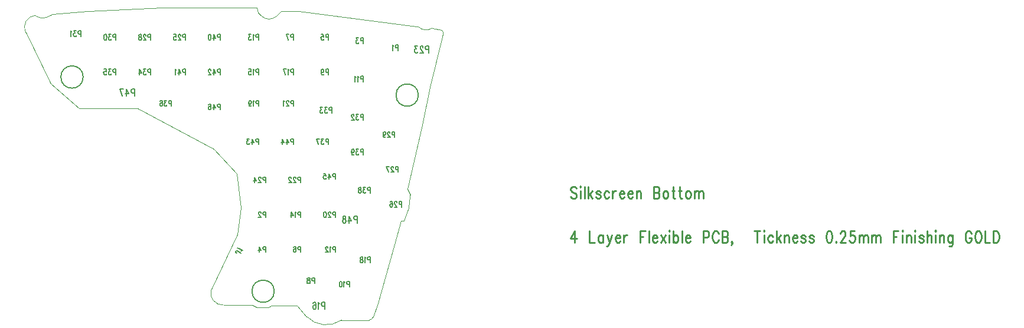
<source format=gbr>
*
*
G04 PADS 9.4.1 Build Number: 494907 generated Gerber (RS-274-X) file*
G04 PC Version=2.1*
*
%IN "MMSP_R_1.pcb"*%
*
%MOIN*%
*
%FSLAX35Y35*%
*
*
*
*
G04 PC Standard Apertures*
*
*
G04 Thermal Relief Aperture macro.*
%AMTER*
1,1,$1,0,0*
1,0,$1-$2,0,0*
21,0,$3,$4,0,0,45*
21,0,$3,$4,0,0,135*
%
*
*
G04 Annular Aperture macro.*
%AMANN*
1,1,$1,0,0*
1,0,$2,0,0*
%
*
*
G04 Odd Aperture macro.*
%AMODD*
1,1,$1,0,0*
1,0,$1-0.005,0,0*
%
*
*
G04 PC Custom Aperture Macros*
*
*
*
*
*
*
G04 PC Aperture Table*
*
%ADD010C,0.001*%
%ADD013C,0.01*%
%ADD014C,0.00591*%
%ADD015C,0.00787*%
%ADD042C,0.006*%
*
*
*
*
G04 PC Circuitry*
G04 Layer Name MMSP_R_1.pcb - circuitry*
%LPD*%
*
*
G04 PC Custom Flashes*
G04 Layer Name MMSP_R_1.pcb - flashes*
%LPD*%
*
*
G04 PC Circuitry*
G04 Layer Name MMSP_R_1.pcb - circuitry*
%LPD*%
*
G54D10*
G01X1084338Y879416D02*
G75*
G03X1091450Y870727I6795J-1694D01*
G01X1084337Y879411D02*
X1084469Y879661D01*
X1084449Y879640*
X1099338Y910590*
X1101338Y925590*
X1099000Y945000*
X1086000Y959000*
X1043000Y982000*
X1010098*
X994098Y996000*
X979772Y1024917*
X985282Y1034748D02*
G03X979774Y1024913I607J-6800D01*
G01X985288Y1034748D02*
X985335Y1034744D01*
X986024Y1034055*
X986021Y1034056D02*
G03X994094Y1034883I3373J6886D01*
G01X994091Y1034881D02*
X994565Y1035356D01*
X1015000Y1037000*
X1057000Y1039000*
X1110433*
G03X1113187Y1034052I5045J-433*
G01X1113191Y1034049D02*
G03X1121065I3937J4610D01*
G01X1121067Y1034051D02*
X1124016Y1037000D01*
X1134000*
X1200197Y1028298*
X1201353*
G03X1209173Y1027455I4431J4416*
G01X1209174D02*
X1209247Y1027530D01*
X1214758Y1026365*
X1215407Y1024033D02*
G03X1214757Y1026366I-2399J589D01*
G01X1215407Y1024032D02*
X1208068Y994095D01*
X1203663Y972687*
X1195353Y936537*
X1196877Y932972*
X1193429Y918301D02*
G03X1196877Y932946I-27976J14316D01*
G01X1193432Y918307D02*
X1191535D01*
X1188000Y905000*
X1178563Y871588*
X1175919Y863986*
X1173588Y862205D02*
G03X1175920Y863988I-330J2848D01*
G01X1173585Y862205D02*
X1158055D01*
X1138351Y864223D02*
G03X1158054Y862204I11040J10587D01*
G01X1138356Y864218D02*
X1132826Y870374D01*
X1118110*
X1116978Y869242*
X1110236*
X1107677Y870727*
X1091453*
G54D13*
X1290583Y936727D02*
X1290129Y937352D01*
X1289447Y937665*
X1288538*
X1287856Y937352*
X1287402Y936727*
Y936102*
X1287629Y935477*
X1287856Y935165*
X1288311Y934852*
X1289674Y934227*
X1290129Y933915*
X1290356Y933602*
X1290583Y932977*
Y932040*
X1290129Y931415*
X1289447Y931102*
X1288538*
X1287856Y931415*
X1287402Y932040*
X1292629Y937665D02*
X1292856Y937352D01*
X1293083Y937665*
X1292856Y937977*
X1292629Y937665*
X1292856Y935477D02*
Y931102D01*
X1295129Y937665D02*
Y931102D01*
X1297174Y937665D02*
Y931102D01*
X1299447Y935477D02*
X1297174Y932352D01*
X1298083Y933602D02*
X1299674Y931102D01*
X1304220Y934540D02*
X1303992Y935165D01*
X1303311Y935477*
X1302629*
X1301947Y935165*
X1301720Y934540*
X1301947Y933915*
X1302402Y933602*
X1303538Y933290*
X1303992Y932977*
X1304220Y932352*
Y932040*
X1303992Y931415*
X1303311Y931102*
X1302629*
X1301947Y931415*
X1301720Y932040*
X1308992Y934540D02*
X1308538Y935165D01*
X1308083Y935477*
X1307402*
X1306947Y935165*
X1306492Y934540*
X1306265Y933602*
Y932977*
X1306492Y932040*
X1306947Y931415*
X1307402Y931102*
X1308083*
X1308538Y931415*
X1308992Y932040*
X1311038Y935477D02*
Y931102D01*
Y933602D02*
X1311265Y934540D01*
X1311720Y935165*
X1312174Y935477*
X1312856*
X1314902Y933602D02*
X1317629D01*
Y934227*
X1317402Y934852*
X1317174Y935165*
X1316720Y935477*
X1316038*
X1315583Y935165*
X1315129Y934540*
X1314902Y933602*
Y932977*
X1315129Y932040*
X1315583Y931415*
X1316038Y931102*
X1316720*
X1317174Y931415*
X1317629Y932040*
X1319674Y933602D02*
X1322402D01*
Y934227*
X1322174Y934852*
X1321947Y935165*
X1321492Y935477*
X1320811*
X1320356Y935165*
X1319902Y934540*
X1319674Y933602*
Y932977*
X1319902Y932040*
X1320356Y931415*
X1320811Y931102*
X1321492*
X1321947Y931415*
X1322402Y932040*
X1324447Y935477D02*
Y931102D01*
Y934227D02*
X1325129Y935165D01*
X1325583Y935477*
X1326265*
X1326720Y935165*
X1326947Y934227*
Y931102*
X1334220Y937665D02*
Y931102D01*
Y937665D02*
X1336265D01*
X1336947Y937352*
X1337174Y937040*
X1337402Y936415*
Y935790*
X1337174Y935165*
X1336947Y934852*
X1336265Y934540*
X1334220D02*
X1336265D01*
X1336947Y934227*
X1337174Y933915*
X1337402Y933290*
Y932352*
X1337174Y931727*
X1336947Y931415*
X1336265Y931102*
X1334220*
X1340583Y935477D02*
X1340129Y935165D01*
X1339674Y934540*
X1339447Y933602*
Y932977*
X1339674Y932040*
X1340129Y931415*
X1340583Y931102*
X1341265*
X1341720Y931415*
X1342174Y932040*
X1342402Y932977*
Y933602*
X1342174Y934540*
X1341720Y935165*
X1341265Y935477*
X1340583*
X1345129Y937665D02*
Y932352D01*
X1345356Y931415*
X1345811Y931102*
X1346265*
X1344447Y935477D02*
X1346038D01*
X1348992Y937665D02*
Y932352D01*
X1349220Y931415*
X1349674Y931102*
X1350129*
X1348311Y935477D02*
X1349902D01*
X1353311D02*
X1352856Y935165D01*
X1352402Y934540*
X1352174Y933602*
Y932977*
X1352402Y932040*
X1352856Y931415*
X1353311Y931102*
X1353992*
X1354447Y931415*
X1354902Y932040*
X1355129Y932977*
Y933602*
X1354902Y934540*
X1354447Y935165*
X1353992Y935477*
X1353311*
X1357174D02*
Y931102D01*
Y934227D02*
X1357856Y935165D01*
X1358311Y935477*
X1358992*
X1359447Y935165*
X1359674Y934227*
Y931102*
Y934227D02*
X1360356Y935165D01*
X1360811Y935477*
X1361492*
X1361947Y935165*
X1362174Y934227*
Y931102*
X1289674Y912665D02*
X1287402Y908290D01*
X1290811*
X1289674Y912665D02*
Y906102D01*
X1298083Y912665D02*
Y906102D01*
X1300811*
X1305583Y910477D02*
Y906102D01*
Y909540D02*
X1305129Y910165D01*
X1304674Y910477*
X1303992*
X1303538Y910165*
X1303083Y909540*
X1302856Y908602*
Y907977*
X1303083Y907040*
X1303538Y906415*
X1303992Y906102*
X1304674*
X1305129Y906415*
X1305583Y907040*
X1307856Y910477D02*
X1309220Y906102D01*
X1310583Y910477D02*
X1309220Y906102D01*
X1308765Y904852*
X1308311Y904227*
X1307856Y903915*
X1307629*
X1312629Y908602D02*
X1315356D01*
Y909227*
X1315129Y909852*
X1314902Y910165*
X1314447Y910477*
X1313765*
X1313311Y910165*
X1312856Y909540*
X1312629Y908602*
Y907977*
X1312856Y907040*
X1313311Y906415*
X1313765Y906102*
X1314447*
X1314902Y906415*
X1315356Y907040*
X1317402Y910477D02*
Y906102D01*
Y908602D02*
X1317629Y909540D01*
X1318083Y910165*
X1318538Y910477*
X1319220*
X1326492Y912665D02*
Y906102D01*
Y912665D02*
X1329447D01*
X1326492Y909540D02*
X1328311D01*
X1331492Y912665D02*
Y906102D01*
X1333538Y908602D02*
X1336265D01*
Y909227*
X1336038Y909852*
X1335811Y910165*
X1335356Y910477*
X1334674*
X1334220Y910165*
X1333765Y909540*
X1333538Y908602*
Y907977*
X1333765Y907040*
X1334220Y906415*
X1334674Y906102*
X1335356*
X1335811Y906415*
X1336265Y907040*
X1338311Y910477D02*
X1340811Y906102D01*
Y910477D02*
X1338311Y906102D01*
X1342856Y912665D02*
X1343083Y912352D01*
X1343311Y912665*
X1343083Y912977*
X1342856Y912665*
X1343083Y910477D02*
Y906102D01*
X1345356Y912665D02*
Y906102D01*
Y909540D02*
X1345811Y910165D01*
X1346265Y910477*
X1346947*
X1347402Y910165*
X1347856Y909540*
X1348083Y908602*
Y907977*
X1347856Y907040*
X1347402Y906415*
X1346947Y906102*
X1346265*
X1345811Y906415*
X1345356Y907040*
X1350129Y912665D02*
Y906102D01*
X1352174Y908602D02*
X1354902D01*
Y909227*
X1354674Y909852*
X1354447Y910165*
X1353992Y910477*
X1353311*
X1352856Y910165*
X1352402Y909540*
X1352174Y908602*
Y907977*
X1352402Y907040*
X1352856Y906415*
X1353311Y906102*
X1353992*
X1354447Y906415*
X1354902Y907040*
X1362174Y912665D02*
Y906102D01*
Y912665D02*
X1364220D01*
X1364902Y912352*
X1365129Y912040*
X1365356Y911415*
Y910477*
X1365129Y909852*
X1364902Y909540*
X1364220Y909227*
X1362174*
X1370811Y911102D02*
X1370583Y911727D01*
X1370129Y912352*
X1369674Y912665*
X1368765*
X1368311Y912352*
X1367856Y911727*
X1367629Y911102*
X1367402Y910165*
Y908602*
X1367629Y907665*
X1367856Y907040*
X1368311Y906415*
X1368765Y906102*
X1369674*
X1370129Y906415*
X1370583Y907040*
X1370811Y907665*
X1372856Y912665D02*
Y906102D01*
Y912665D02*
X1374902D01*
X1375583Y912352*
X1375811Y912040*
X1376038Y911415*
Y910790*
X1375811Y910165*
X1375583Y909852*
X1374902Y909540*
X1372856D02*
X1374902D01*
X1375583Y909227*
X1375811Y908915*
X1376038Y908290*
Y907352*
X1375811Y906727*
X1375583Y906415*
X1374902Y906102*
X1372856*
X1378538Y906415D02*
X1378311Y906102D01*
X1378083Y906415*
X1378311Y906727*
X1378538Y906415*
Y905790*
X1378311Y905165*
X1378083Y904852*
X1392629Y912665D02*
Y906102D01*
X1391038Y912665D02*
X1394220D01*
X1396265D02*
X1396492Y912352D01*
X1396720Y912665*
X1396492Y912977*
X1396265Y912665*
X1396492Y910477D02*
Y906102D01*
X1401492Y909540D02*
X1401038Y910165D01*
X1400583Y910477*
X1399902*
X1399447Y910165*
X1398992Y909540*
X1398765Y908602*
Y907977*
X1398992Y907040*
X1399447Y906415*
X1399902Y906102*
X1400583*
X1401038Y906415*
X1401492Y907040*
X1403538Y912665D02*
Y906102D01*
X1405811Y910477D02*
X1403538Y907352D01*
X1404447Y908602D02*
X1406038Y906102D01*
X1408083Y910477D02*
Y906102D01*
Y909227D02*
X1408765Y910165D01*
X1409220Y910477*
X1409902*
X1410356Y910165*
X1410583Y909227*
Y906102*
X1412629Y908602D02*
X1415356D01*
Y909227*
X1415129Y909852*
X1414902Y910165*
X1414447Y910477*
X1413765*
X1413311Y910165*
X1412856Y909540*
X1412629Y908602*
Y907977*
X1412856Y907040*
X1413311Y906415*
X1413765Y906102*
X1414447*
X1414902Y906415*
X1415356Y907040*
X1419902Y909540D02*
X1419674Y910165D01*
X1418992Y910477*
X1418311*
X1417629Y910165*
X1417402Y909540*
X1417629Y908915*
X1418083Y908602*
X1419220Y908290*
X1419674Y907977*
X1419902Y907352*
Y907040*
X1419674Y906415*
X1418992Y906102*
X1418311*
X1417629Y906415*
X1417402Y907040*
X1424447Y909540D02*
X1424220Y910165D01*
X1423538Y910477*
X1422856*
X1422174Y910165*
X1421947Y909540*
X1422174Y908915*
X1422629Y908602*
X1423765Y908290*
X1424220Y907977*
X1424447Y907352*
Y907040*
X1424220Y906415*
X1423538Y906102*
X1422856*
X1422174Y906415*
X1421947Y907040*
X1433083Y912665D02*
X1432402Y912352D01*
X1431947Y911415*
X1431720Y909852*
Y908915*
X1431947Y907352*
X1432402Y906415*
X1433083Y906102*
X1433538*
X1434220Y906415*
X1434674Y907352*
X1434902Y908915*
Y909852*
X1434674Y911415*
X1434220Y912352*
X1433538Y912665*
X1433083*
X1437174Y906727D02*
X1436947Y906415D01*
X1437174Y906102*
X1437402Y906415*
X1437174Y906727*
X1439674Y911102D02*
Y911415D01*
X1439902Y912040*
X1440129Y912352*
X1440583Y912665*
X1441492*
X1441947Y912352*
X1442174Y912040*
X1442402Y911415*
Y910790*
X1442174Y910165*
X1441720Y909227*
X1439447Y906102*
X1442629*
X1447629Y912665D02*
X1445356D01*
X1445129Y909852*
X1445356Y910165*
X1446038Y910477*
X1446720*
X1447402Y910165*
X1447856Y909540*
X1448083Y908602*
X1447856Y907977*
X1447629Y907040*
X1447174Y906415*
X1446492Y906102*
X1445811*
X1445129Y906415*
X1444902Y906727*
X1444674Y907352*
X1450129Y910477D02*
Y906102D01*
Y909227D02*
X1450811Y910165D01*
X1451265Y910477*
X1451947*
X1452402Y910165*
X1452629Y909227*
Y906102*
Y909227D02*
X1453311Y910165D01*
X1453765Y910477*
X1454447*
X1454902Y910165*
X1455129Y909227*
Y906102*
X1457174Y910477D02*
Y906102D01*
Y909227D02*
X1457856Y910165D01*
X1458311Y910477*
X1458992*
X1459447Y910165*
X1459674Y909227*
Y906102*
Y909227D02*
X1460356Y910165D01*
X1460811Y910477*
X1461492*
X1461947Y910165*
X1462174Y909227*
Y906102*
X1469447Y912665D02*
Y906102D01*
Y912665D02*
X1472402D01*
X1469447Y909540D02*
X1471265D01*
X1474447Y912665D02*
X1474674Y912352D01*
X1474902Y912665*
X1474674Y912977*
X1474447Y912665*
X1474674Y910477D02*
Y906102D01*
X1476947Y910477D02*
Y906102D01*
Y909227D02*
X1477629Y910165D01*
X1478083Y910477*
X1478765*
X1479220Y910165*
X1479447Y909227*
Y906102*
X1481492Y912665D02*
X1481720Y912352D01*
X1481947Y912665*
X1481720Y912977*
X1481492Y912665*
X1481720Y910477D02*
Y906102D01*
X1486492Y909540D02*
X1486265Y910165D01*
X1485583Y910477*
X1484902*
X1484220Y910165*
X1483992Y909540*
X1484220Y908915*
X1484674Y908602*
X1485811Y908290*
X1486265Y907977*
X1486492Y907352*
Y907040*
X1486265Y906415*
X1485583Y906102*
X1484902*
X1484220Y906415*
X1483992Y907040*
X1488538Y912665D02*
Y906102D01*
Y909227D02*
X1489220Y910165D01*
X1489674Y910477*
X1490356*
X1490811Y910165*
X1491038Y909227*
Y906102*
X1493083Y912665D02*
X1493311Y912352D01*
X1493538Y912665*
X1493311Y912977*
X1493083Y912665*
X1493311Y910477D02*
Y906102D01*
X1495583Y910477D02*
Y906102D01*
Y909227D02*
X1496265Y910165D01*
X1496720Y910477*
X1497402*
X1497856Y910165*
X1498083Y909227*
Y906102*
X1502856Y910477D02*
Y905477D01*
X1502629Y904540*
X1502402Y904227*
X1501947Y903915*
X1501265*
X1500811Y904227*
X1502856Y909540D02*
X1502402Y910165D01*
X1501947Y910477*
X1501265*
X1500811Y910165*
X1500356Y909540*
X1500129Y908602*
Y907977*
X1500356Y907040*
X1500811Y906415*
X1501265Y906102*
X1501947*
X1502402Y906415*
X1502856Y907040*
X1513538Y911102D02*
X1513311Y911727D01*
X1512856Y912352*
X1512402Y912665*
X1511492*
X1511038Y912352*
X1510583Y911727*
X1510356Y911102*
X1510129Y910165*
Y908602*
X1510356Y907665*
X1510583Y907040*
X1511038Y906415*
X1511492Y906102*
X1512402*
X1512856Y906415*
X1513311Y907040*
X1513538Y907665*
Y908602*
X1512402D02*
X1513538D01*
X1516947Y912665D02*
X1516492Y912352D01*
X1516038Y911727*
X1515811Y911102*
X1515583Y910165*
Y908602*
X1515811Y907665*
X1516038Y907040*
X1516492Y906415*
X1516947Y906102*
X1517856*
X1518311Y906415*
X1518765Y907040*
X1518992Y907665*
X1519220Y908602*
Y910165*
X1518992Y911102*
X1518765Y911727*
X1518311Y912352*
X1517856Y912665*
X1516947*
X1521265D02*
Y906102D01*
X1523992*
X1526038Y912665D02*
Y906102D01*
Y912665D02*
X1527629D01*
X1528311Y912352*
X1528765Y911727*
X1528992Y911102*
X1529220Y910165*
Y908602*
X1528992Y907665*
X1528765Y907040*
X1528311Y906415*
X1527629Y906102*
X1526038*
G54D14*
X1190039Y1018024D02*
Y1014794D01*
Y1018024D02*
X1189033D01*
X1188697Y1017870*
X1188585Y1017716*
X1188474Y1017409*
Y1016947*
X1188585Y1016640*
X1188697Y1016486*
X1189033Y1016332*
X1190039*
X1187467Y1017409D02*
X1187243Y1017562D01*
X1186908Y1018024*
Y1014794*
X1142795Y886134D02*
Y882904D01*
Y886134D02*
X1141789D01*
X1141453Y885980*
X1141341Y885826*
X1141229Y885519*
Y885057*
X1141341Y884750*
X1141453Y884596*
X1141789Y884442*
X1142795*
X1139664Y886134D02*
X1139999Y885980D01*
X1140111Y885673*
Y885365*
X1139999Y885057*
X1139775Y884904*
X1139328Y884750*
X1138992Y884596*
X1138769Y884289*
X1138657Y883981*
Y883520*
X1138769Y883212*
X1138881Y883058*
X1139216Y882904*
X1139664*
X1139999Y883058*
X1140111Y883212*
X1140223Y883520*
Y883981*
X1140111Y884289*
X1139887Y884596*
X1139552Y884750*
X1139104Y884904*
X1138881Y885057*
X1138769Y885365*
Y885673*
X1138881Y885980*
X1139216Y886134*
X1139664*
X1170354Y1000307D02*
Y997078D01*
Y1000307D02*
X1169348D01*
X1169012Y1000153*
X1168900Y1000000*
X1168788Y999692*
Y999231*
X1168900Y998923*
X1169012Y998769*
X1169348Y998616*
X1170354*
X1167782Y999692D02*
X1167558Y999846D01*
X1167223Y1000307*
Y997078*
X1166216Y999692D02*
X1165992Y999846D01*
X1165657Y1000307*
Y997078*
X1154606Y903851D02*
Y900621D01*
Y903851D02*
X1153600D01*
X1153264Y903697*
X1153152Y903543*
X1153040Y903235*
Y902774*
X1153152Y902466*
X1153264Y902313*
X1153600Y902159*
X1154606*
X1152034Y903235D02*
X1151810Y903389D01*
X1151475Y903851*
Y900621*
X1150356Y903082D02*
Y903235D01*
X1150244Y903543*
X1150132Y903697*
X1149909Y903851*
X1149461*
X1149238Y903697*
X1149126Y903543*
X1149014Y903235*
Y902928*
X1149126Y902620*
X1149349Y902159*
X1149349D02*
X1150468Y900621D01*
X1148902*
X1111299Y1023929D02*
Y1020700D01*
Y1023929D02*
X1110293D01*
X1109957Y1023775*
X1109845Y1023622*
X1109733Y1023314*
Y1022853*
X1109845Y1022545*
X1109957Y1022391*
X1110293Y1022238*
X1111299*
X1108727Y1023314D02*
X1108503Y1023468D01*
X1108168Y1023929*
X1108168D02*
Y1020700D01*
X1106937Y1023929D02*
X1105707D01*
X1106378Y1022699*
X1106042*
X1105819Y1022545*
X1105707Y1022391*
X1105595Y1021930*
Y1021622*
X1105707Y1021161*
X1105931Y1020853*
X1106266Y1020700*
X1106602*
X1106937Y1020853*
X1107049Y1021007*
X1107161Y1021315*
X1134921Y923536D02*
Y920306D01*
Y923536D02*
X1133915D01*
X1133579Y923382*
X1133467Y923228*
X1133355Y922920*
Y922459*
X1133467Y922151*
X1133579Y921998*
X1133915Y921844*
X1134921*
X1132349Y922920D02*
X1132125Y923074D01*
X1131790Y923536*
Y920306*
X1129664Y923536D02*
X1130783Y921383D01*
X1129105*
X1129664Y923536D02*
Y920306D01*
X1111299Y1004244D02*
Y1001015D01*
Y1004244D02*
X1110293D01*
X1109957Y1004090*
X1109845Y1003937*
X1109733Y1003629*
Y1003168*
X1109845Y1002860*
X1109957Y1002706*
X1110293Y1002553*
X1111299*
X1108727Y1003629D02*
X1108503Y1003783D01*
X1108168Y1004244*
X1108168D02*
Y1001015D01*
X1105707Y1004244D02*
X1106825D01*
X1106937Y1002860*
X1106825Y1003014*
X1106490Y1003168*
X1106154*
X1105819Y1003014*
X1105595Y1002706*
X1105483Y1002245*
X1105595Y1001937*
X1105707Y1001476*
X1105931Y1001168*
X1106266Y1001015*
X1106602*
X1106937Y1001168*
X1107049Y1001322*
X1107161Y1001630*
X1174291Y897945D02*
Y894715D01*
Y897945D02*
X1173285D01*
X1172949Y897791*
X1172837Y897637*
X1172725Y897330*
Y896868*
X1172837Y896561*
X1172949Y896407*
X1173285Y896253*
X1174291*
X1171719Y897330D02*
X1171495Y897484D01*
X1171160Y897945*
Y894715*
X1169594Y897945D02*
X1169929Y897791D01*
X1170041Y897484*
Y897176*
X1169929Y896868*
X1169706Y896715*
X1169258Y896561*
X1168923Y896407*
X1168699Y896100*
X1168587Y895792*
Y895331*
X1168699Y895023*
X1168811Y894869*
X1169146Y894715*
X1169594*
X1169929Y894869*
X1170041Y895023*
X1170153Y895331*
Y895792*
X1170041Y896100*
X1169817Y896407*
X1169482Y896561*
X1169035Y896715*
X1168811Y896868*
X1168699Y897176*
Y897484*
X1168811Y897791*
X1169146Y897945*
X1169594*
X1130984Y1004244D02*
Y1001015D01*
Y1004244D02*
X1129978D01*
X1129642Y1004090*
X1129530Y1003937*
X1129418Y1003629*
Y1003168*
X1129530Y1002860*
X1129642Y1002706*
X1129978Y1002553*
X1130984*
X1128412Y1003629D02*
X1128188Y1003783D01*
X1127853Y1004244*
Y1001015*
X1125280Y1004244D02*
X1126399Y1001015D01*
X1126846Y1004244D02*
X1125280D01*
X1154606Y923536D02*
Y920306D01*
Y923536D02*
X1153600D01*
X1153264Y923382*
X1153152Y923228*
X1153040Y922920*
Y922459*
X1153152Y922151*
X1153264Y921998*
X1153600Y921844*
X1154606*
X1151922Y922767D02*
Y922920D01*
X1151810Y923228*
X1151698Y923382*
X1151475Y923536*
X1151027*
X1150804Y923382*
X1150692Y923228*
X1150580Y922920*
Y922613*
X1150692Y922305*
X1150915Y921844*
X1152034Y920306*
X1150468*
X1148790Y923536D02*
X1149126Y923382D01*
X1149349Y922920*
X1149349D02*
X1149461Y922151D01*
Y921690*
X1149349Y920921*
X1149349D02*
X1149126Y920460D01*
X1148790Y920306*
X1148567*
X1148231Y920460*
X1148007Y920921*
X1147895Y921690*
Y922151*
X1148007Y922920*
X1148231Y923382*
X1148567Y923536*
X1148790*
X1111299Y986528D02*
Y983298D01*
Y986528D02*
X1110293D01*
X1109957Y986374*
X1109845Y986220*
X1109733Y985913*
Y985451*
X1109845Y985144*
X1109957Y984990*
X1110293Y984836*
X1111299*
X1108727Y985913D02*
X1108503Y986066D01*
X1108168Y986528*
X1108168D02*
Y983298D01*
X1105707Y985451D02*
X1105819Y984990D01*
X1106042Y984682*
X1106378Y984528*
X1106490*
X1106825Y984682*
X1107049Y984990*
X1107161Y985451*
Y985605*
X1107049Y986066*
X1106825Y986374*
X1106490Y986528*
X1106378*
X1106042Y986374*
X1105819Y986066*
X1105707Y985451*
Y984682*
X1105819Y983913*
X1106042Y983452*
X1106378Y983298*
X1106602*
X1106937Y983452*
X1107049Y983759*
X1115236Y923536D02*
Y920306D01*
Y923536D02*
X1114230D01*
X1113894Y923382*
X1113782Y923228*
X1113670Y922920*
Y922459*
X1113782Y922151*
X1113894Y921998*
X1114230Y921844*
X1115236*
X1112552Y922767D02*
Y922920D01*
X1112440Y923228*
X1112328Y923382*
X1112105Y923536*
X1111657*
X1111433Y923382*
X1111322Y923228*
X1111210Y922920*
Y922613*
X1111322Y922305*
X1111545Y921844*
X1112664Y920306*
X1111098*
X1134921Y943221D02*
Y939991D01*
Y943221D02*
X1133915D01*
X1133579Y943067*
X1133467Y942913*
X1133355Y942605*
Y942144*
X1133467Y941836*
X1133579Y941683*
X1133915Y941529*
X1134921*
X1132237Y942452D02*
Y942605D01*
X1132125Y942913*
X1132013Y943067*
X1131790Y943221*
X1131342*
X1131118Y943067*
X1131007Y942913*
X1130895Y942605*
Y942298*
X1131007Y941990*
X1131230Y941529*
X1132349Y939991*
X1130783*
X1129664Y942452D02*
Y942605D01*
X1129553Y942913*
X1129441Y943067*
X1129217Y943221*
X1128770*
X1128546Y943067*
X1128434Y942913*
X1128322Y942605*
Y942298*
X1128434Y941990*
X1128658Y941529*
X1129776Y939991*
X1128210*
X1130984Y986528D02*
Y983298D01*
Y986528D02*
X1129978D01*
X1129642Y986374*
X1129530Y986220*
X1129418Y985913*
Y985451*
X1129530Y985144*
X1129642Y984990*
X1129978Y984836*
X1130984*
X1128300Y985759D02*
Y985913D01*
X1128188Y986220*
X1128076Y986374*
X1127853Y986528*
X1127405*
X1127181Y986374*
X1127070Y986220*
X1126958Y985913*
Y985605*
X1127070Y985297*
X1127293Y984836*
X1128412Y983298*
X1126846*
X1125839Y985913D02*
X1125616Y986066D01*
X1125280Y986528*
Y983298*
X1115236Y943221D02*
Y939991D01*
Y943221D02*
X1114230D01*
X1113894Y943067*
X1113782Y942913*
X1113670Y942605*
Y942144*
X1113782Y941836*
X1113894Y941683*
X1114230Y941529*
X1115236*
X1112552Y942452D02*
Y942605D01*
X1112440Y942913*
X1112328Y943067*
X1112105Y943221*
X1111657*
X1111433Y943067*
X1111322Y942913*
X1111210Y942605*
Y942298*
X1111322Y941990*
X1111545Y941529*
X1112664Y939991*
X1111098*
X1108973Y943221D02*
X1110091Y941068D01*
X1108414*
X1108973Y943221D02*
Y939991D01*
X1069961Y1023929D02*
Y1020700D01*
Y1023929D02*
X1068954D01*
X1068618Y1023775*
X1068507Y1023622*
X1068395Y1023314*
Y1022853*
X1068507Y1022545*
X1068618Y1022391*
X1068954Y1022238*
X1069961*
X1067276Y1023160D02*
Y1023314D01*
X1067164Y1023622*
X1067053Y1023775*
X1066829Y1023929*
X1066382*
X1066158Y1023775*
X1066046Y1023622*
X1065934Y1023314*
Y1023007*
X1066046Y1022699*
X1066270Y1022238*
X1067388Y1020700*
X1065822*
X1063362Y1023929D02*
X1064480D01*
X1064592Y1022545*
X1064480Y1022699*
X1064145Y1022853*
X1063809*
X1063474Y1022699*
X1063250Y1022391*
X1063138Y1021930*
X1063250Y1021622*
X1063362Y1021161*
X1063585Y1020853*
X1063921Y1020700*
X1064256*
X1064592Y1020853*
X1064704Y1021007*
X1064816Y1021315*
X1192008Y929441D02*
Y926211D01*
Y929441D02*
X1191001D01*
X1190666Y929287*
X1190554Y929133*
X1190442Y928826*
Y928365*
X1190554Y928057*
X1190666Y927903*
X1191001Y927749*
X1192008*
X1189324Y928672D02*
Y928826D01*
X1189212Y929133*
X1189100Y929287*
X1188876Y929441*
X1188429*
X1188205Y929287*
X1188093Y929133*
X1187981Y928826*
Y928518*
X1188093Y928211*
X1188317Y927749*
X1189435Y926211*
X1187870*
X1185521Y928980D02*
X1185633Y929287D01*
X1185968Y929441*
X1186192*
X1186527Y929287*
X1186751Y928826*
X1186863Y928057*
Y927288*
X1186751Y926673*
X1186527Y926365*
X1186192Y926211*
X1186080*
X1185744Y926365*
X1185521Y926673*
X1185409Y927134*
Y927288*
X1185521Y927749*
X1185744Y928057*
X1186080Y928211*
X1186192*
X1186527Y928057*
X1186751Y927749*
X1186863Y927288*
X1190039Y949126D02*
Y945897D01*
Y949126D02*
X1189033D01*
X1188697Y948972*
X1188585Y948819*
X1188474Y948511*
Y948050*
X1188585Y947742*
X1188697Y947588*
X1189033Y947434*
X1190039*
X1187355Y948357D02*
Y948511D01*
X1187243Y948819*
X1187131Y948972*
X1186908Y949126*
X1186460*
X1186237Y948972*
X1186125Y948819*
X1186013Y948511*
Y948203*
X1186125Y947896*
X1186348Y947434*
X1187467Y945897*
X1185901*
X1183329Y949126D02*
X1184447Y945897D01*
X1184894Y949126D02*
X1183329D01*
X1050276Y1023929D02*
Y1020700D01*
Y1023929D02*
X1049269D01*
X1048933Y1023775*
X1048822Y1023622*
X1048710Y1023314*
Y1022853*
X1048822Y1022545*
X1048933Y1022391*
X1049269Y1022238*
X1050276*
X1047591Y1023160D02*
Y1023314D01*
X1047479Y1023622*
X1047368Y1023775*
X1047144Y1023929*
X1046696*
X1046473Y1023775*
X1046361Y1023622*
X1046249Y1023314*
Y1023007*
X1046361Y1022699*
X1046585Y1022238*
X1047703Y1020700*
X1046137*
X1044571Y1023929D02*
X1044907Y1023775D01*
X1045019Y1023468*
Y1023160*
X1044907Y1022853*
X1044683Y1022699*
X1044236Y1022545*
X1043900Y1022391*
X1043677Y1022084*
X1043565Y1021776*
Y1021315*
X1043677Y1021007*
X1043788Y1020853*
X1044124Y1020700*
X1044571*
X1044907Y1020853*
X1045019Y1021007*
X1045131Y1021315*
Y1021776*
X1045019Y1022084*
X1044795Y1022391*
X1044460Y1022545*
X1044012Y1022699*
X1043788Y1022853*
X1043677Y1023160*
Y1023468*
X1043788Y1023775*
X1044124Y1023929*
X1044571*
X1188071Y968811D02*
Y965582D01*
Y968811D02*
X1187064D01*
X1186729Y968657*
X1186617Y968504*
X1186505Y968196*
Y967735*
X1186617Y967427*
X1186729Y967273*
X1187064Y967119*
X1188071*
X1185387Y968042D02*
Y968196D01*
X1185275Y968504*
X1185163Y968657*
X1184939Y968811*
X1184492*
X1184268Y968657*
X1184156Y968504*
X1184044Y968196*
Y967888*
X1184156Y967581*
X1184380Y967119*
X1185498Y965582*
X1183933*
X1181472Y967735D02*
X1181584Y967273D01*
X1181807Y966966*
X1182143Y966812*
X1182255*
X1182590Y966966*
X1182814Y967273*
X1182926Y967735*
Y967888*
X1182814Y968350*
X1182590Y968657*
X1182255Y968811*
X1182143*
X1181807Y968657*
X1181584Y968350*
X1181472Y967735*
Y966966*
X1181584Y966197*
X1181807Y965735*
X1182143Y965582*
X1182367*
X1182702Y965735*
X1182814Y966043*
X1170354Y1021961D02*
Y1018731D01*
Y1021961D02*
X1169348D01*
X1169012Y1021807*
X1168900Y1021653*
X1168788Y1021346*
Y1020884*
X1168900Y1020577*
X1169012Y1020423*
X1169348Y1020269*
X1170354*
X1167558Y1021961D02*
X1166328D01*
X1166999Y1020730*
X1166663*
X1166440Y1020577*
X1166328Y1020423*
X1166216Y1019961*
Y1019654*
X1166328Y1019193*
X1166552Y1018885*
X1166887Y1018731*
X1167223*
X1167558Y1018885*
X1167670Y1019039*
X1167782Y1019346*
X1030591Y1023929D02*
Y1020700D01*
Y1023929D02*
X1029584D01*
X1029248Y1023775*
X1029137Y1023622*
X1029025Y1023314*
Y1022853*
X1029137Y1022545*
X1029248Y1022391*
X1029584Y1022238*
X1030591*
X1027794Y1023929D02*
X1026564D01*
X1027235Y1022699*
X1026900*
X1026676Y1022545*
X1026564Y1022391*
X1026452Y1021930*
Y1021622*
X1026564Y1021161*
X1026788Y1020853*
X1027123Y1020700*
X1027459*
X1027794Y1020853*
X1027906Y1021007*
X1028018Y1021315*
X1024775Y1023929D02*
X1025110Y1023775D01*
X1025334Y1023314*
X1025446Y1022545*
Y1022084*
X1025334Y1021315*
X1025110Y1020853*
X1024775Y1020700*
X1024551*
X1024215Y1020853*
X1023992Y1021315*
X1023880Y1022084*
Y1022545*
X1023992Y1023314*
X1024215Y1023775*
X1024551Y1023929*
X1024775*
X1010906Y1025898D02*
Y1022668D01*
Y1025898D02*
X1009899D01*
X1009563Y1025744*
X1009452Y1025590*
X1009340Y1025283*
Y1024821*
X1009452Y1024514*
X1009563Y1024360*
X1009899Y1024206*
X1010906*
X1008109Y1025898D02*
X1006879D01*
X1007550Y1024667*
X1007215*
X1006991Y1024514*
X1006879Y1024360*
X1006767Y1023898*
X1006767D02*
Y1023591D01*
X1006879Y1023130*
X1007103Y1022822*
X1007438Y1022668*
X1007774*
X1008109Y1022822*
X1008221Y1022976*
X1008333Y1023283*
X1005761Y1025283D02*
X1005537Y1025436D01*
X1005201Y1025898*
Y1022668*
X1170354Y978654D02*
Y975424D01*
Y978654D02*
X1169348D01*
X1169012Y978500*
X1168900Y978346*
X1168788Y978039*
Y977577*
X1168900Y977270*
X1169012Y977116*
X1169348Y976962*
X1170354*
X1167558Y978654D02*
X1166328D01*
X1166999Y977423*
X1166663*
X1166440Y977270*
X1166328Y977116*
X1166216Y976654*
Y976347*
X1166328Y975885*
X1166552Y975578*
X1166887Y975424*
X1167223*
X1167558Y975578*
X1167670Y975732*
X1167782Y976039*
X1165098Y977885D02*
Y978039D01*
X1164986Y978346*
X1164874Y978500*
X1164650Y978654*
X1164203*
X1163979Y978500*
X1163867Y978346*
X1163755Y978039*
Y977731*
X1163867Y977423*
X1164091Y976962*
X1165209Y975424*
X1163644*
X1152638Y982591D02*
Y979361D01*
Y982591D02*
X1151631D01*
X1151296Y982437*
X1151184Y982283*
X1151072Y981976*
Y981514*
X1151184Y981207*
X1151296Y981053*
X1151631Y980899*
X1152638*
X1149842Y982591D02*
X1148611D01*
X1149282Y981360*
X1148947*
X1148723Y981207*
X1148611Y981053*
X1148499Y980591*
Y980284*
X1148611Y979822*
X1148835Y979515*
X1149171Y979361*
X1149506*
X1149842Y979515*
X1149953Y979669*
X1150065Y979976*
X1147269Y982591D02*
X1146039D01*
X1146710Y981360*
X1146374*
X1146151Y981207*
X1146039Y981053*
X1145927Y980591*
Y980284*
X1146039Y979822*
X1146263Y979515*
X1146598Y979361*
X1146934*
X1147269Y979515*
X1147381Y979669*
X1147493Y979976*
X1050276Y1004244D02*
Y1001015D01*
Y1004244D02*
X1049269D01*
X1048933Y1004090*
X1048822Y1003937*
X1048710Y1003629*
Y1003168*
X1048822Y1002860*
X1048933Y1002706*
X1049269Y1002553*
X1050276*
X1047479Y1004244D02*
X1046249D01*
X1046920Y1003014*
X1046585*
X1046361Y1002860*
X1046249Y1002706*
X1046137Y1002245*
Y1001937*
X1046249Y1001476*
X1046473Y1001168*
X1046808Y1001015*
X1047144*
X1047479Y1001168*
X1047591Y1001322*
X1047703Y1001630*
X1044012Y1004244D02*
X1045131Y1002091D01*
X1043453*
X1044012Y1004244D02*
Y1001015D01*
X1030591Y1004244D02*
Y1001015D01*
Y1004244D02*
X1029584D01*
X1029248Y1004090*
X1029137Y1003937*
X1029025Y1003629*
Y1003168*
X1029137Y1002860*
X1029248Y1002706*
X1029584Y1002553*
X1030591*
X1027794Y1004244D02*
X1026564D01*
X1027235Y1003014*
X1026900*
X1026676Y1002860*
X1026564Y1002706*
X1026452Y1002245*
Y1001937*
X1026564Y1001476*
X1026788Y1001168*
X1027123Y1001015*
X1027459*
X1027794Y1001168*
X1027906Y1001322*
X1028018Y1001630*
X1023992Y1004244D02*
X1025110D01*
X1025222Y1002860*
X1025110Y1003014*
X1024775Y1003168*
X1024439*
X1024103Y1003014*
X1023880Y1002706*
X1023768Y1002245*
X1023880Y1001937*
X1023992Y1001476*
X1024215Y1001168*
X1024551Y1001015*
X1024886*
X1025222Y1001168*
X1025334Y1001322*
X1025446Y1001630*
X1062087Y986528D02*
Y983298D01*
Y986528D02*
X1061080D01*
X1060744Y986374*
X1060633Y986220*
X1060521Y985913*
Y985451*
X1060633Y985144*
X1060744Y984990*
X1061080Y984836*
X1062087*
X1059290Y986528D02*
X1058060D01*
X1058731Y985297*
X1058396*
X1058172Y985144*
X1058060Y984990*
X1057948Y984528*
Y984221*
X1058060Y983759*
X1058284Y983452*
X1058619Y983298*
X1058955*
X1059290Y983452*
X1059402Y983606*
X1059514Y983913*
X1055599Y986066D02*
X1055711Y986374D01*
X1056047Y986528*
X1056271*
X1056606Y986374*
X1056830Y985913*
X1056942Y985144*
Y984375*
X1056830Y983759*
X1056606Y983452*
X1056271Y983298*
X1056159*
X1055823Y983452*
X1055599Y983759*
X1055599D02*
X1055488Y984221D01*
Y984375*
X1055599Y984836*
X1055599D02*
X1055823Y985144D01*
X1056159Y985297*
X1056271*
X1056606Y985144*
X1056830Y984836*
X1056942Y984375*
X1150669Y964874D02*
Y961645D01*
Y964874D02*
X1149663D01*
X1149327Y964720*
X1149215Y964567*
X1149103Y964259*
Y963798*
X1149215Y963490*
X1149327Y963336*
X1149663Y963182*
X1150669*
X1147873Y964874D02*
X1146643D01*
X1147314Y963644*
X1146978*
X1146755Y963490*
X1146643Y963336*
X1146531Y962875*
Y962567*
X1146643Y962106*
X1146866Y961798*
X1146866D02*
X1147202Y961645D01*
X1147538*
X1147873Y961798*
X1147985Y961952*
X1148097Y962260*
X1143958Y964874D02*
X1145077Y961645D01*
X1145524Y964874D02*
X1143958D01*
X1174291Y937315D02*
Y934086D01*
Y937315D02*
X1173285D01*
X1172949Y937161*
X1172837Y937008*
X1172725Y936700*
Y936239*
X1172837Y935931*
X1172949Y935777*
X1173285Y935623*
X1174291*
X1171495Y937315D02*
X1170265D01*
X1170936Y936085*
X1170600*
X1170377Y935931*
X1170265Y935777*
X1170153Y935316*
Y935008*
X1170265Y934547*
X1170489Y934239*
X1170824Y934086*
X1171160*
X1171495Y934239*
X1171607Y934393*
X1171719Y934701*
X1168587Y937315D02*
X1168923Y937161D01*
X1169035Y936854*
Y936546*
X1168923Y936239*
X1168699Y936085*
X1168252Y935931*
X1167916Y935777*
X1167692Y935470*
X1167581Y935162*
Y934701*
X1167692Y934393*
X1167804Y934239*
X1168140Y934086*
X1168587*
X1168923Y934239*
X1169035Y934393*
X1169146Y934701*
Y935162*
X1169035Y935470*
X1168811Y935777*
X1168475Y935931*
X1168028Y936085*
X1167804Y936239*
X1167692Y936546*
Y936854*
X1167804Y937161*
X1168140Y937315*
X1168587*
X1170354Y958969D02*
Y955739D01*
Y958969D02*
X1169348D01*
X1169012Y958815*
X1168900Y958661*
X1168788Y958353*
Y957892*
X1168900Y957585*
X1169012Y957431*
X1169348Y957277*
X1170354*
X1167558Y958969D02*
X1166328D01*
X1166999Y957738*
X1166663*
X1166440Y957585*
X1166328Y957431*
X1166216Y956969*
Y956662*
X1166328Y956200*
X1166552Y955893*
X1166887Y955739*
X1167223*
X1167558Y955893*
X1167670Y956047*
X1167782Y956354*
X1163755Y957892D02*
X1163867Y957431D01*
X1164091Y957123*
X1164426Y956969*
X1164538*
X1164874Y957123*
X1165098Y957431*
X1165209Y957892*
Y958046*
X1165098Y958507*
X1164874Y958815*
X1164538Y958969*
X1164426*
X1164091Y958815*
X1163867Y958507*
X1163755Y957892*
Y957123*
X1163867Y956354*
X1164091Y955893*
X1164426Y955739*
X1164650*
X1164986Y955893*
X1165098Y956200*
X1134921Y903851D02*
Y900621D01*
Y903851D02*
X1133915D01*
X1133579Y903697*
X1133467Y903543*
X1133355Y903235*
Y902774*
X1133467Y902466*
X1133579Y902313*
X1133915Y902159*
X1134921*
X1131007Y903389D02*
X1131118Y903697D01*
X1131454Y903851*
X1131678*
X1132013Y903697*
X1132237Y903235*
X1132349Y902466*
Y901697*
X1132237Y901082*
X1132013Y900775*
X1131678Y900621*
X1131566*
X1131230Y900775*
X1131007Y901082*
X1130895Y901544*
Y901697*
X1131007Y902159*
X1131230Y902466*
X1131566Y902620*
X1131678*
X1132013Y902466*
X1132237Y902159*
X1132349Y901697*
X1089646Y1023929D02*
Y1020700D01*
Y1023929D02*
X1088639D01*
X1088304Y1023775*
X1088192Y1023622*
X1088080Y1023314*
Y1022853*
X1088192Y1022545*
X1088304Y1022391*
X1088639Y1022238*
X1089646*
X1085955Y1023929D02*
X1087073Y1021776D01*
X1085395*
X1085955Y1023929D02*
Y1020700D01*
X1083718Y1023929D02*
X1084053Y1023775D01*
X1084277Y1023314*
X1084389Y1022545*
Y1022084*
X1084277Y1021315*
X1084053Y1020853*
X1083718Y1020700*
X1083494*
X1083159Y1020853*
X1082935Y1021315*
X1082823Y1022084*
Y1022545*
X1082935Y1023314*
X1083159Y1023775*
X1083494Y1023929*
X1083718*
X1069961Y1004244D02*
Y1001015D01*
Y1004244D02*
X1068954D01*
X1068618Y1004090*
X1068507Y1003937*
X1068395Y1003629*
Y1003168*
X1068507Y1002860*
X1068618Y1002706*
X1068954Y1002553*
X1069961*
X1066270Y1004244D02*
X1067388Y1002091D01*
X1065710*
X1066270Y1004244D02*
Y1001015D01*
X1064704Y1003629D02*
X1064480Y1003783D01*
X1064145Y1004244*
Y1001015*
X1089646Y1004244D02*
Y1001015D01*
Y1004244D02*
X1088639D01*
X1088304Y1004090*
X1088192Y1003937*
X1088080Y1003629*
Y1003168*
X1088192Y1002860*
X1088304Y1002706*
X1088639Y1002553*
X1089646*
X1085955Y1004244D02*
X1087073Y1002091D01*
X1085395*
X1085955Y1004244D02*
Y1001015D01*
X1084277Y1003475D02*
Y1003629D01*
X1084165Y1003937*
X1084053Y1004090*
X1083830Y1004244*
X1083382*
X1083159Y1004090*
X1083047Y1003937*
X1082935Y1003629*
Y1003321*
X1083047Y1003014*
X1083270Y1002553*
X1084389Y1001015*
X1082823*
X1111299Y964874D02*
Y961645D01*
Y964874D02*
X1110293D01*
X1109957Y964720*
X1109845Y964567*
X1109733Y964259*
Y963798*
X1109845Y963490*
X1109957Y963336*
X1110293Y963182*
X1111299*
X1107608Y964874D02*
X1108727Y962721D01*
X1107049*
X1107608Y964874D02*
Y961645D01*
X1105819Y964874D02*
X1104588D01*
X1105259Y963644*
X1104924*
X1104700Y963490*
X1104588Y963336*
X1104477Y962875*
Y962567*
X1104588Y962106*
X1104812Y961798*
X1105148Y961645*
X1105483*
X1105819Y961798*
X1105931Y961952*
X1106042Y962260*
X1130984Y964874D02*
Y961645D01*
Y964874D02*
X1129978D01*
X1129642Y964720*
X1129530Y964567*
X1129418Y964259*
Y963798*
X1129530Y963490*
X1129642Y963336*
X1129978Y963182*
X1130984*
X1127293Y964874D02*
X1128412Y962721D01*
X1126734*
X1127293Y964874D02*
Y961645D01*
X1124609Y964874D02*
X1125727Y962721D01*
X1124050*
X1124609Y964874D02*
Y961645D01*
X1154606Y945189D02*
Y941960D01*
Y945189D02*
X1153600D01*
X1153264Y945035*
X1153152Y944882*
X1153040Y944574*
Y944113*
X1153152Y943805*
X1153264Y943651*
X1153600Y943497*
X1154606*
X1150915Y945189D02*
X1152034Y943036D01*
X1150356*
X1150915Y945189D02*
Y941960D01*
X1147895Y945189D02*
X1149014D01*
X1149126Y943805*
X1149014Y943959*
X1148678Y944113*
X1148343*
X1148007Y943959*
X1147784Y943651*
X1147672Y943190*
X1147784Y942882*
X1147895Y942421*
X1148119Y942113*
X1148455Y941960*
X1148790*
X1149126Y942113*
X1149238Y942267*
X1149349Y942575*
X1089646Y984559D02*
Y981330D01*
Y984559D02*
X1088639D01*
X1088304Y984405*
X1088192Y984252*
X1088080Y983944*
Y983483*
X1088192Y983175*
X1088304Y983021*
X1088639Y982867*
X1089646*
X1085955Y984559D02*
X1087073Y982406D01*
X1085395*
X1085955Y984559D02*
Y981330D01*
X1083047Y984098D02*
X1083159Y984405D01*
X1083494Y984559*
X1083718*
X1084053Y984405*
X1084277Y983944*
X1084389Y983175*
Y982406*
X1084277Y981791*
X1084053Y981483*
X1083718Y981330*
X1083606*
X1083270Y981483*
X1083047Y981791*
X1082935Y982252*
Y982406*
X1083047Y982867*
X1083270Y983175*
X1083606Y983329*
X1083718*
X1084053Y983175*
X1084277Y982867*
X1084389Y982406*
X1150669Y1023929D02*
Y1020700D01*
Y1023929D02*
X1149663D01*
X1149327Y1023775*
X1149215Y1023622*
X1149103Y1023314*
Y1022853*
X1149215Y1022545*
X1149327Y1022391*
X1149663Y1022238*
X1150669*
X1146643Y1023929D02*
X1147761D01*
X1147873Y1022545*
X1147761Y1022699*
X1147426Y1022853*
X1147090*
X1146755Y1022699*
X1146531Y1022391*
X1146419Y1021930*
X1146531Y1021622*
X1146643Y1021161*
X1146866Y1020853*
X1146866D02*
X1147202Y1020700D01*
X1147538*
X1147873Y1020853*
X1147985Y1021007*
X1148097Y1021315*
X1162480Y884165D02*
Y880936D01*
Y884165D02*
X1161474D01*
X1161138Y884012*
X1161026Y883858*
X1160914Y883550*
Y883089*
X1161026Y882781*
X1161138Y882628*
X1161474Y882474*
X1162480*
X1159908Y883550D02*
X1159684Y883704D01*
X1159349Y884165*
Y880936*
X1157671Y884165D02*
X1158006Y884012D01*
X1158230Y883550*
X1158342Y882781*
Y882320*
X1158230Y881551*
X1158006Y881090*
X1157671Y880936*
X1157447*
X1157112Y881090*
X1156888Y881551*
X1156776Y882320*
Y882781*
X1156888Y883550*
X1157112Y884012*
X1157447Y884165*
X1157671*
X1130984Y1023929D02*
Y1020700D01*
Y1023929D02*
X1129978D01*
X1129642Y1023775*
X1129530Y1023622*
X1129418Y1023314*
Y1022853*
X1129530Y1022545*
X1129642Y1022391*
X1129978Y1022238*
X1130984*
X1126846Y1023929D02*
X1127964Y1020700D01*
X1128412Y1023929D02*
X1126846D01*
X1115236Y903851D02*
Y900621D01*
Y903851D02*
X1114230D01*
X1113894Y903697*
X1113782Y903543*
X1113670Y903235*
Y902774*
X1113782Y902466*
X1113894Y902313*
X1114230Y902159*
X1115236*
X1111545Y903851D02*
X1112664Y901697D01*
X1110986*
X1111545Y903851D02*
Y900621D01*
X1150669Y1004244D02*
Y1001015D01*
Y1004244D02*
X1149663D01*
X1149327Y1004090*
X1149215Y1003937*
X1149103Y1003629*
Y1003168*
X1149215Y1002860*
X1149327Y1002706*
X1149663Y1002553*
X1150669*
X1146643Y1003168D02*
X1146755Y1002706D01*
X1146978Y1002399*
X1147314Y1002245*
X1147426*
X1147761Y1002399*
X1147985Y1002706*
X1148097Y1003168*
Y1003321*
X1147985Y1003783*
X1147761Y1004090*
X1147426Y1004244*
X1147314*
X1146978Y1004090*
X1146755Y1003783*
X1146643Y1003168*
Y1002399*
X1146755Y1001630*
X1146978Y1001168*
X1147314Y1001015*
X1147538*
X1147873Y1001168*
X1147985Y1001476*
X1148622Y872238D02*
Y868362D01*
Y872238D02*
X1147414D01*
X1147011Y872053*
X1146877Y871869*
X1146743Y871500*
Y870946*
X1146877Y870577*
X1147011Y870392*
X1147414Y870208*
X1148622*
X1145535Y871500D02*
X1145267Y871684D01*
X1144864Y872238*
Y868362*
X1142045Y871684D02*
X1142180Y872053D01*
X1142582Y872238*
X1142851*
X1143253Y872053*
X1143522Y871500*
X1143656Y870577*
Y869654*
X1143522Y868916*
X1143253Y868547*
X1142851Y868362*
X1142717*
X1142314Y868547*
X1142045Y868916*
X1141911Y869470*
Y869654*
X1142045Y870208*
X1142314Y870577*
X1142717Y870762*
X1142851*
X1143253Y870577*
X1143522Y870208*
X1143656Y869654*
X1207283Y1017317D02*
Y1013441D01*
Y1017317D02*
X1206076D01*
X1205673Y1017132*
X1205539Y1016948*
X1205404Y1016578*
Y1016025*
X1205539Y1015656*
X1205673Y1015471*
X1206076Y1015287*
X1207283*
X1204062Y1016394D02*
Y1016578D01*
X1203928Y1016948*
X1203794Y1017132*
X1203525Y1017317*
X1202989*
X1202720Y1017132*
X1202586Y1016948*
X1202452Y1016578*
Y1016209*
X1202586Y1015840*
X1202854Y1015287*
X1204196Y1013441*
X1202317*
X1200841Y1017317D02*
X1199365D01*
X1200170Y1015840*
X1199767*
X1199499Y1015656*
X1199365Y1015471*
X1199230Y1014918*
Y1014548*
X1199365Y1013995*
X1199633Y1013626*
X1200036Y1013441*
X1200438*
X1200841Y1013626*
X1200975Y1013810*
X1201110Y1014179*
X1041142Y992907D02*
Y989032D01*
Y992907D02*
X1039934D01*
X1039531Y992723*
X1039397Y992538*
X1039263Y992169*
Y991615*
X1039397Y991246*
X1039531Y991062*
X1039934Y990877*
X1041142*
X1036713Y992907D02*
X1038055Y990324D01*
X1036042*
X1036713Y992907D02*
Y989032D01*
X1032955Y992907D02*
X1034297Y989032D01*
X1034834Y992907D02*
X1032955D01*
X1166850Y921096D02*
Y917221D01*
Y921096D02*
X1165642D01*
X1165240Y920912*
X1165106Y920727*
X1164971Y920358*
Y919804*
X1165106Y919435*
X1165240Y919251*
X1165642Y919066*
X1166850*
X1162421Y921096D02*
X1163763Y918513D01*
X1161750*
X1162421Y921096D02*
Y917221D01*
X1159871Y921096D02*
X1160274Y920912D01*
X1160408Y920543*
Y920173*
X1160274Y919804*
X1160005Y919620*
X1159469Y919435*
X1159066Y919251*
X1158797Y918882*
X1158663Y918513*
Y917959*
X1158797Y917590*
X1158932Y917405*
X1159334Y917221*
X1159871*
X1160274Y917405*
X1160408Y917590*
X1160542Y917959*
Y918513*
X1160408Y918882*
X1160140Y919251*
X1159737Y919435*
X1159200Y919620*
X1158932Y919804*
X1158797Y920173*
Y920543*
X1158932Y920912*
X1159334Y921096*
X1159871*
G54D15*
X1101425Y900186D02*
X1099212Y901261D01*
X1098748Y901362*
X1098561Y901328*
X1098325Y901194*
X1098227Y900993*
X1098268Y900725*
X1098357Y900557*
X1098723Y900255*
X1099000Y900120*
X1101312Y901360D02*
X1101548Y901494D01*
X1102109Y901595*
X1099204Y903005*
G54D42*
X1012205Y999803D02*
G03X1012205I-6299J0D01*
G01X1201378Y989567D02*
G03X1201378I-6299J0D01*
G01X1120079Y878543D02*
G03X1120079I-6299J0D01*
G74*
G01X0Y0D02*
M02*

</source>
